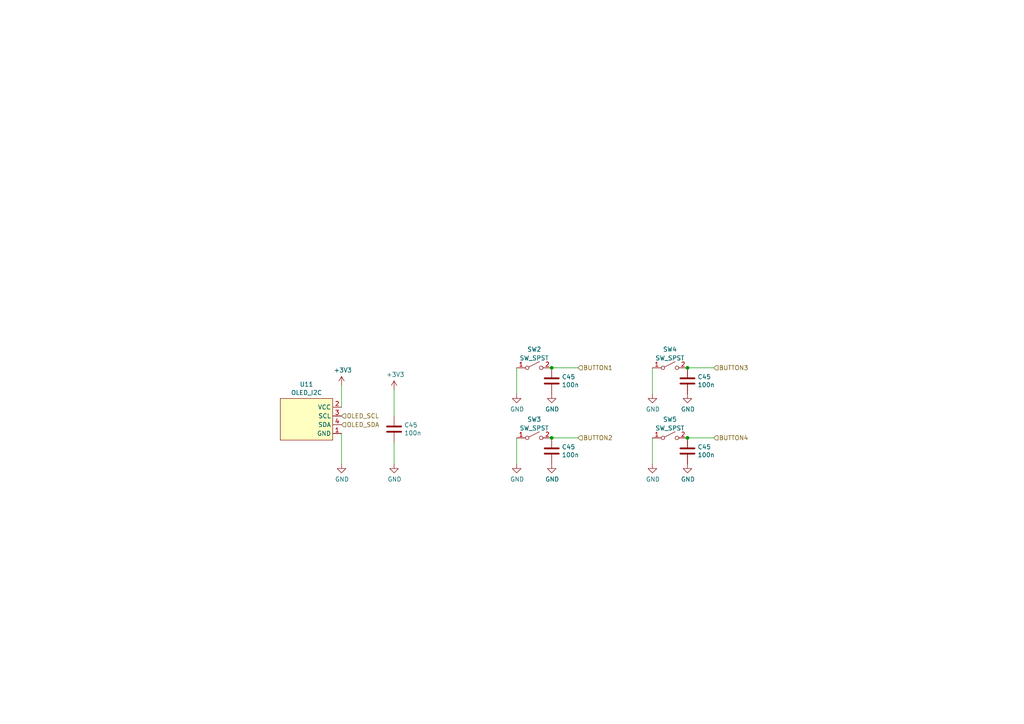
<source format=kicad_sch>
(kicad_sch (version 20230121) (generator eeschema)
  (paper "A4")
  (lib_symbols
    (symbol "Device:C" (pin_numbers hide) (pin_names (offset 0.254))
      (property "Reference" "C" (at 0.635 2.54 0))
      (property "Value" "C" (at 0.635 -2.54 0))
      (symbol "C_0_1"
        (polyline (pts (xy -2.032 -0.762) (xy 2.032 -0.762)) (stroke (width 0.508)))
        (polyline (pts (xy -2.032 0.762) (xy 2.032 0.762)) (stroke (width 0.508)))
      )
      (symbol "C_1_1"
        (pin passive line (at 0 3.81 270) (length 2.794) (name "~") (number "1"))
        (pin passive line (at 0 -3.81 90) (length 2.794) (name "~") (number "2"))
      )
    )
    (symbol "IMUnav:OLED_I2C"
      (property "Reference" "U" (at -0.635 7.62 0))
      (property "Value" "OLED_I2C" (at -3.81 0 0))
      (symbol "OLED_I2C_0_1"
        (rectangle (start -8.89 6.35) (end 6.35 -5.715) (stroke (width 0.1524)) (fill (type background)))
      )
      (symbol "OLED_I2C_1_1"
        (pin input line (at 8.89 -3.81 180) (length 2.54) (name "GND") (number "1"))
        (pin input line (at 8.89 3.81 180) (length 2.54) (name "VCC") (number "2"))
        (pin input line (at 8.89 1.27 180) (length 2.54) (name "SCL") (number "3"))
        (pin input line (at 8.89 -1.27 180) (length 2.54) (name "SDA") (number "4"))
      )
    )
    (symbol "Switch:SW_SPST" (pin_names (offset 0) hide)
      (property "Reference" "SW" (at 0 3.175 0))
      (property "Value" "SW_SPST" (at 0 -2.54 0))
      (symbol "SW_SPST_0_0"
        (circle (center -2.032 0) (radius 0.508))
        (polyline (pts (xy -1.524 0.254) (xy 1.524 1.778)))
        (circle (center 2.032 0) (radius 0.508))
      )
      (symbol "SW_SPST_1_1"
        (pin passive line (at -5.08 0 0) (length 2.54) (name "A") (number "1"))
        (pin passive line (at 5.08 0 180) (length 2.54) (name "B") (number "2"))
      )
    )
    (symbol "power:+3V3" (power) (pin_names (offset 0))
      (property "Value" "+3V3" (at 0 3.556 0))
      (symbol "+3V3_0_1"
        (polyline (pts (xy -0.762 1.27) (xy 0 2.54)))
        (polyline (pts (xy 0 0) (xy 0 2.54)))
        (polyline (pts (xy 0 2.54) (xy 0.762 1.27)))
      )
      (symbol "+3V3_1_1"
        (pin power_in line (at 0 0 90) (length 0) hide (name "+3V3") (number "1"))
      )
    )
    (symbol "power:GND" (power) (pin_names (offset 0))
      (property "Value" "GND" (at 0 -3.81 0))
      (symbol "GND_0_1"
        (polyline (pts (xy 0 0) (xy 0 -1.27) (xy 1.27 -1.27) (xy 0 -2.54) (xy -1.27 -1.27) (xy 0 -1.27)))
      )
      (symbol "GND_1_1"
        (pin power_in line (at 0 0 270) (length 0) hide (name "GND") (number "1"))
      )
    )
  )
  (junction (at 160.02 106.68))
  (junction (at 199.39 127))
  (junction (at 199.39 106.68))
  (junction (at 160.02 127))
  (wire (pts (xy 99.06 111.76) (xy 99.06 118.11)))
  (wire (pts (xy 160.02 127) (xy 167.64 127)))
  (wire (pts (xy 114.3 120.65) (xy 114.3 113.03)))
  (wire (pts (xy 149.86 106.68) (xy 149.86 114.3)))
  (wire (pts (xy 199.39 106.68) (xy 207.01 106.68)))
  (wire (pts (xy 160.02 106.68) (xy 167.64 106.68)))
  (wire (pts (xy 114.3 128.27) (xy 114.3 134.62)))
  (wire (pts (xy 199.39 127) (xy 207.01 127)))
  (wire (pts (xy 149.86 127) (xy 149.86 134.62)))
  (wire (pts (xy 189.23 106.68) (xy 189.23 114.3)))
  (wire (pts (xy 99.06 125.73) (xy 99.06 134.62)))
  (wire (pts (xy 189.23 127) (xy 189.23 134.62)))
  (hierarchical_label "OLED_SDA" (shape input) (at 99.06 123.19 0))
  (hierarchical_label "BUTTON1" (shape input) (at 167.64 106.68 0))
  (hierarchical_label "BUTTON3" (shape input) (at 207.01 106.68 0))
  (hierarchical_label "BUTTON4" (shape input) (at 207.01 127 0))
  (hierarchical_label "BUTTON2" (shape input) (at 167.64 127 0))
  (hierarchical_label "OLED_SCL" (shape input) (at 99.06 120.65 0))
  (symbol (lib_id "Switch:SW_SPST") (at 154.94 127 0) (unit 1)
    (property "Reference" "SW3" (at 154.94 121.6492 0))
    (property "Value" "SW_SPST" (at 154.94 124.1861 0))
    (property "Footprint" "Button_Switch_THT:SW_PUSH_6mm_H13mm" (effects hide))
    (instances (project "IMUnav_H00" (path "" (reference "SW3") (unit 1))) (project "PaLampa_MoBo_H01" (path "" (reference "SW1") (unit 1))))
  )
  (symbol (lib_id "Device:C") (at 160.02 130.81 0) (unit 1)
    (property "Reference" "C45" (at 162.941 129.6416 0) (effects (justify left)))
    (property "Value" "100n" (at 162.941 131.953 0) (effects (justify left)))
    (property "Footprint" "Capacitor_SMD:C_0603_1608Metric" (effects hide))
    (property "LCSC" "C14663" (effects hide))
    (instances (project "IMUnav_H00" (path "" (reference "C45") (unit 1)) (path "" (reference "C60") (unit 1))) (project "PaLampa_MoBo_H01" (path "" (reference "C?") (unit 1))))
  )
  (symbol (lib_id "power:GND") (at 199.39 134.62 0) (unit 1)
    (property "Reference" "#PWR0193" (effects hide))
    (property "Value" "GND" (at 199.517 139.0142 0))
    (instances (project "IMUnav_H00" (path "" (reference "#PWR0193") (unit 1))) (project "PaLampa_MoBo_H01" (path "" (reference "#PWR0106") (unit 1))))
  )
  (symbol (lib_id "power:+3V3") (at 114.3 113.03 0) (unit 1)
    (property "Reference" "#PWR0137" (effects hide))
    (property "Value" "+3V3" (at 114.681 108.6358 0))
    (instances (project "IMUnav_H00" (path "" (reference "#PWR0137") (unit 1)) (path "" (reference "#PWR0137") (unit 1))) (project "PaLampa_MoBo_H01" (path "" (reference "#PWR?") (unit 1))))
  )
  (symbol (lib_id "power:GND") (at 199.39 114.3 0) (unit 1)
    (property "Reference" "#PWR0192" (effects hide))
    (property "Value" "GND" (at 199.517 118.6942 0))
    (instances (project "IMUnav_H00" (path "" (reference "#PWR0192") (unit 1))) (project "PaLampa_MoBo_H01" (path "" (reference "#PWR0106") (unit 1))))
  )
  (symbol (lib_id "Device:C") (at 160.02 110.49 0) (unit 1)
    (property "Reference" "C45" (at 162.941 109.3216 0) (effects (justify left)))
    (property "Value" "100n" (at 162.941 111.633 0) (effects (justify left)))
    (property "Footprint" "Capacitor_SMD:C_0603_1608Metric" (effects hide))
    (property "LCSC" "C14663" (effects hide))
    (instances (project "IMUnav_H00" (path "" (reference "C45") (unit 1)) (path "" (reference "C59") (unit 1))) (project "PaLampa_MoBo_H01" (path "" (reference "C?") (unit 1))))
  )
  (symbol (lib_id "power:GND") (at 189.23 114.3 0) (unit 1)
    (property "Reference" "#PWR0190" (effects hide))
    (property "Value" "GND" (at 189.357 118.6942 0))
    (instances (project "IMUnav_H00" (path "" (reference "#PWR0190") (unit 1))) (project "PaLampa_MoBo_H01" (path "" (reference "#PWR0105") (unit 1))))
  )
  (symbol (lib_id "power:GND") (at 189.23 134.62 0) (unit 1)
    (property "Reference" "#PWR0191" (effects hide))
    (property "Value" "GND" (at 189.357 139.0142 0))
    (instances (project "IMUnav_H00" (path "" (reference "#PWR0191") (unit 1))) (project "PaLampa_MoBo_H01" (path "" (reference "#PWR0105") (unit 1))))
  )
  (symbol (lib_id "Switch:SW_SPST") (at 194.31 106.68 0) (unit 1)
    (property "Reference" "SW4" (at 194.31 101.3292 0))
    (property "Value" "SW_SPST" (at 194.31 103.8661 0))
    (property "Footprint" "Button_Switch_THT:SW_PUSH_6mm_H13mm" (effects hide))
    (instances (project "IMUnav_H00" (path "" (reference "SW4") (unit 1))) (project "PaLampa_MoBo_H01" (path "" (reference "SW1") (unit 1))))
  )
  (symbol (lib_id "power:GND") (at 160.02 114.3 0) (unit 1)
    (property "Reference" "#PWR0187" (effects hide))
    (property "Value" "GND" (at 160.147 118.6942 0))
    (instances (project "IMUnav_H00" (path "" (reference "#PWR0187") (unit 1))) (project "PaLampa_MoBo_H01" (path "" (reference "#PWR0106") (unit 1))))
  )
  (symbol (lib_id "power:GND") (at 114.3 134.62 0) (unit 1)
    (property "Reference" "#PWR0138" (effects hide))
    (property "Value" "GND" (at 114.427 139.0142 0))
    (instances (project "IMUnav_H00" (path "" (reference "#PWR0138") (unit 1)) (path "" (reference "#PWR0138") (unit 1))) (project "PaLampa_MoBo_H01" (path "" (reference "#PWR?") (unit 1))))
  )
  (symbol (lib_id "power:GND") (at 149.86 134.62 0) (unit 1)
    (property "Reference" "#PWR0188" (effects hide))
    (property "Value" "GND" (at 149.987 139.0142 0))
    (instances (project "IMUnav_H00" (path "" (reference "#PWR0188") (unit 1))) (project "PaLampa_MoBo_H01" (path "" (reference "#PWR0105") (unit 1))))
  )
  (symbol (lib_id "power:+3V3") (at 99.06 111.76 0) (unit 1)
    (property "Reference" "#PWR0137" (effects hide))
    (property "Value" "+3V3" (at 99.441 107.3658 0))
    (instances (project "IMUnav_H00" (path "" (reference "#PWR0137") (unit 1)) (path "" (reference "#PWR0194") (unit 1))) (project "PaLampa_MoBo_H01" (path "" (reference "#PWR?") (unit 1))))
  )
  (symbol (lib_id "power:GND") (at 149.86 114.3 0) (unit 1)
    (property "Reference" "#PWR0186" (effects hide))
    (property "Value" "GND" (at 149.987 118.6942 0))
    (instances (project "IMUnav_H00" (path "" (reference "#PWR0186") (unit 1))) (project "PaLampa_MoBo_H01" (path "" (reference "#PWR0105") (unit 1))))
  )
  (symbol (lib_id "power:GND") (at 160.02 134.62 0) (unit 1)
    (property "Reference" "#PWR0189" (effects hide))
    (property "Value" "GND" (at 160.147 139.0142 0))
    (instances (project "IMUnav_H00" (path "" (reference "#PWR0189") (unit 1))) (project "PaLampa_MoBo_H01" (path "" (reference "#PWR0106") (unit 1))))
  )
  (symbol (lib_id "Device:C") (at 199.39 110.49 0) (unit 1)
    (property "Reference" "C45" (at 202.311 109.3216 0) (effects (justify left)))
    (property "Value" "100n" (at 202.311 111.633 0) (effects (justify left)))
    (property "Footprint" "Capacitor_SMD:C_0603_1608Metric" (effects hide))
    (property "LCSC" "C14663" (effects hide))
    (instances (project "IMUnav_H00" (path "" (reference "C45") (unit 1)) (path "" (reference "C61") (unit 1))) (project "PaLampa_MoBo_H01" (path "" (reference "C?") (unit 1))))
  )
  (symbol (lib_id "power:GND") (at 99.06 134.62 0) (unit 1)
    (property "Reference" "#PWR0138" (effects hide))
    (property "Value" "GND" (at 99.187 139.0142 0))
    (instances (project "IMUnav_H00" (path "" (reference "#PWR0138") (unit 1)) (path "" (reference "#PWR0195") (unit 1))) (project "PaLampa_MoBo_H01" (path "" (reference "#PWR?") (unit 1))))
  )
  (symbol (lib_id "Switch:SW_SPST") (at 154.94 106.68 0) (unit 1)
    (property "Reference" "SW2" (at 154.94 101.3292 0))
    (property "Value" "SW_SPST" (at 154.94 103.8661 0))
    (property "Footprint" "Button_Switch_THT:SW_PUSH_6mm_H13mm" (effects hide))
    (instances (project "IMUnav_H00" (path "" (reference "SW2") (unit 1))) (project "PaLampa_MoBo_H01" (path "" (reference "SW1") (unit 1))))
  )
  (symbol (lib_id "Device:C") (at 114.3 124.46 0) (unit 1)
    (property "Reference" "C45" (at 117.221 123.2916 0) (effects (justify left)))
    (property "Value" "100n" (at 117.221 125.603 0) (effects (justify left)))
    (property "Footprint" "Capacitor_SMD:C_0603_1608Metric" (effects hide))
    (property "LCSC" "C14663" (effects hide))
    (instances (project "IMUnav_H00" (path "" (reference "C45") (unit 1)) (path "" (reference "C45") (unit 1))) (project "PaLampa_MoBo_H01" (path "" (reference "C?") (unit 1))))
  )
  (symbol (lib_id "Switch:SW_SPST") (at 194.31 127 0) (unit 1)
    (property "Reference" "SW5" (at 194.31 121.6492 0))
    (property "Value" "SW_SPST" (at 194.31 124.1861 0))
    (property "Footprint" "Button_Switch_THT:SW_PUSH_6mm_H13mm" (effects hide))
    (instances (project "IMUnav_H00" (path "" (reference "SW5") (unit 1))) (project "PaLampa_MoBo_H01" (path "" (reference "SW1") (unit 1))))
  )
  (symbol (lib_id "Device:C") (at 199.39 130.81 0) (unit 1)
    (property "Reference" "C45" (at 202.311 129.6416 0) (effects (justify left)))
    (property "Value" "100n" (at 202.311 131.953 0) (effects (justify left)))
    (property "Footprint" "Capacitor_SMD:C_0603_1608Metric" (effects hide))
    (property "LCSC" "C14663" (effects hide))
    (instances (project "IMUnav_H00" (path "" (reference "C45") (unit 1)) (path "" (reference "C62") (unit 1))) (project "PaLampa_MoBo_H01" (path "" (reference "C?") (unit 1))))
  )
  (symbol (lib_id "IMUnav:OLED_I2C") (at 90.17 121.92 0) (unit 1)
    (property "Reference" "U11" (at 88.9 111.4765 0))
    (property "Value" "OLED_I2C" (at 88.9 113.9007 0))
    (property "Footprint" "IMUnav:Display_128x64_096_I2C" (effects hide))
  )
)
</source>
